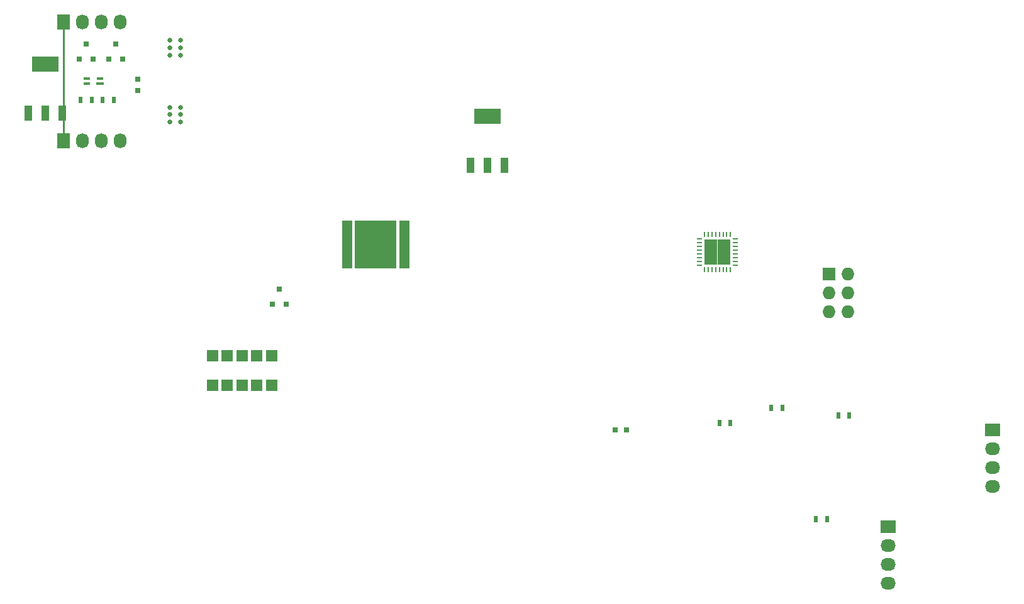
<source format=gbr>
G04 #@! TF.FileFunction,Copper,L1,Top,Signal*
%FSLAX46Y46*%
G04 Gerber Fmt 4.6, Leading zero omitted, Abs format (unit mm)*
G04 Created by KiCad (PCBNEW (after 2015-may-01 BZR unknown)-product) date 11/9/2015 22:45:34*
%MOMM*%
G01*
G04 APERTURE LIST*
%ADD10C,0.100000*%
%ADD11R,0.800000X0.750000*%
%ADD12R,0.750000X0.800000*%
%ADD13R,0.700000X0.250000*%
%ADD14R,0.250000X0.700000*%
%ADD15R,1.725000X1.725000*%
%ADD16R,2.032000X1.727200*%
%ADD17O,2.032000X1.727200*%
%ADD18R,1.727200X2.032000*%
%ADD19O,1.727200X2.032000*%
%ADD20R,1.727200X1.727200*%
%ADD21O,1.727200X1.727200*%
%ADD22R,0.800100X0.800100*%
%ADD23R,0.500000X0.900000*%
%ADD24R,5.600000X6.460000*%
%ADD25R,1.400000X6.460000*%
%ADD26R,1.500000X1.500000*%
%ADD27R,3.657600X2.032000*%
%ADD28R,1.016000X2.032000*%
%ADD29R,0.900000X0.350000*%
%ADD30R,1.000000X0.350000*%
%ADD31C,0.635000*%
%ADD32C,0.254000*%
%ADD33C,0.250000*%
G04 APERTURE END LIST*
D10*
D11*
X130250000Y-107000000D03*
X131750000Y-107000000D03*
D12*
X66000000Y-59750000D03*
X66000000Y-61250000D03*
D13*
X141600000Y-81250000D03*
X141600000Y-81750000D03*
X141600000Y-82250000D03*
X141600000Y-82750000D03*
X141600000Y-83250000D03*
X141600000Y-83750000D03*
X141600000Y-84250000D03*
X141600000Y-84750000D03*
D14*
X142250000Y-85400000D03*
X142750000Y-85400000D03*
X143250000Y-85400000D03*
X143750000Y-85400000D03*
X144250000Y-85400000D03*
X144750000Y-85400000D03*
X145250000Y-85400000D03*
X145750000Y-85400000D03*
D13*
X146400000Y-84750000D03*
X146400000Y-84250000D03*
X146400000Y-83750000D03*
X146400000Y-83250000D03*
X146400000Y-82750000D03*
X146400000Y-82250000D03*
X146400000Y-81750000D03*
X146400000Y-81250000D03*
D14*
X145750000Y-80600000D03*
X145250000Y-80600000D03*
X144750000Y-80600000D03*
X144250000Y-80600000D03*
X143750000Y-80600000D03*
X143250000Y-80600000D03*
X142750000Y-80600000D03*
X142250000Y-80600000D03*
D15*
X144862500Y-83862500D03*
X144862500Y-82137500D03*
X143137500Y-83862500D03*
X143137500Y-82137500D03*
D16*
X181000000Y-107000000D03*
D17*
X181000000Y-109540000D03*
X181000000Y-112080000D03*
X181000000Y-114620000D03*
D16*
X167000000Y-120000000D03*
D17*
X167000000Y-122540000D03*
X167000000Y-125080000D03*
X167000000Y-127620000D03*
D18*
X56000000Y-52000000D03*
D19*
X58540000Y-52000000D03*
X61080000Y-52000000D03*
X63620000Y-52000000D03*
D18*
X56000000Y-68000000D03*
D19*
X58540000Y-68000000D03*
X61080000Y-68000000D03*
X63620000Y-68000000D03*
D20*
X159000000Y-86000000D03*
D21*
X161540000Y-86000000D03*
X159000000Y-88540000D03*
X161540000Y-88540000D03*
X159000000Y-91080000D03*
X161540000Y-91080000D03*
D22*
X58050000Y-57000760D03*
X59950000Y-57000760D03*
X59000000Y-55001780D03*
X62050000Y-57000760D03*
X63950000Y-57000760D03*
X63000000Y-55001780D03*
D23*
X151250000Y-104000000D03*
X152750000Y-104000000D03*
X144250000Y-106000000D03*
X145750000Y-106000000D03*
X59750000Y-62500000D03*
X58250000Y-62500000D03*
X61250000Y-62500000D03*
X62750000Y-62500000D03*
X157250000Y-119000000D03*
X158750000Y-119000000D03*
X160250000Y-105000000D03*
X161750000Y-105000000D03*
D24*
X98000000Y-82000000D03*
D25*
X101850000Y-82000000D03*
X94150000Y-82000000D03*
D26*
X76000000Y-97000000D03*
X76000000Y-101000000D03*
X78000000Y-97000000D03*
X78000000Y-101000000D03*
X80000000Y-97000000D03*
X80000000Y-101000000D03*
X82000000Y-97000000D03*
X82000000Y-101000000D03*
X84000000Y-97000000D03*
X84000000Y-101000000D03*
D22*
X84050000Y-90000760D03*
X85950000Y-90000760D03*
X85000000Y-88001780D03*
D27*
X53500000Y-57698000D03*
D28*
X53500000Y-64302000D03*
X55786000Y-64302000D03*
X51214000Y-64302000D03*
D29*
X60900000Y-59650000D03*
D30*
X60850000Y-60350000D03*
D29*
X59100000Y-59650000D03*
X59100000Y-60350000D03*
D27*
X113000000Y-64698000D03*
D28*
X113000000Y-71302000D03*
X115286000Y-71302000D03*
X110714000Y-71302000D03*
D31*
X70250000Y-54500000D03*
X70250000Y-55500000D03*
X70250000Y-56500000D03*
X71750000Y-56500000D03*
X71750000Y-55500000D03*
X71750000Y-54500000D03*
X70250000Y-63500000D03*
X70250000Y-64500000D03*
X70250000Y-65500000D03*
X71750000Y-63500000D03*
X71750000Y-64500000D03*
X71750000Y-65500000D03*
D32*
X56000000Y-52000000D02*
X56000000Y-68000000D01*
D33*
X56000000Y-68000000D02*
X55786000Y-67786000D01*
M02*

</source>
